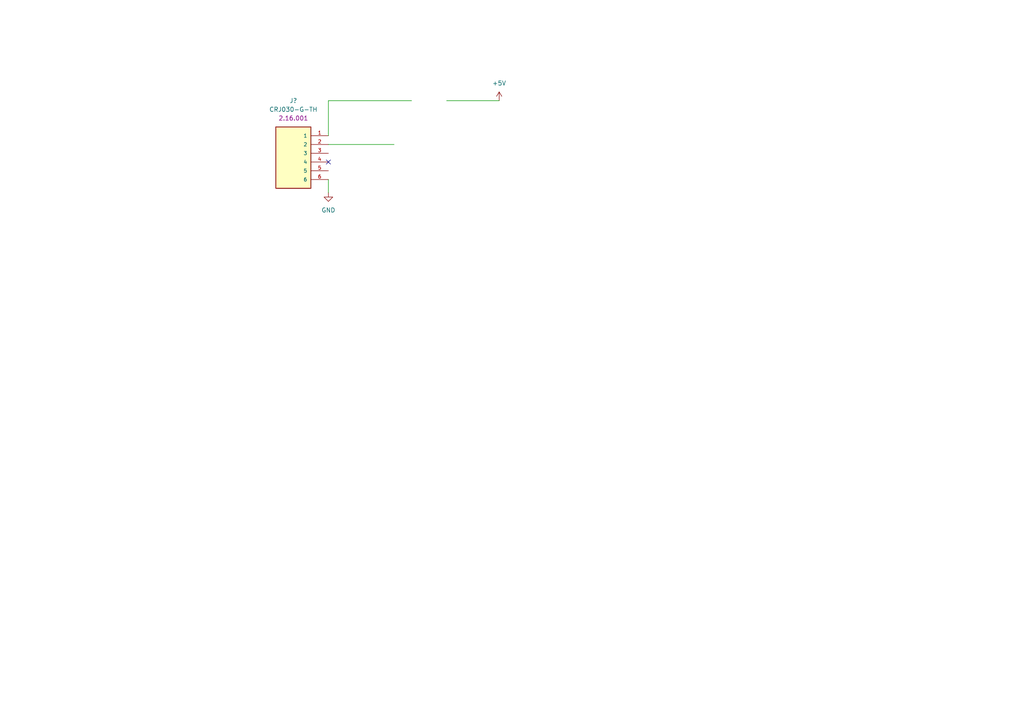
<source format=kicad_sch>
(kicad_sch (version 20211123) (generator eeschema)
  (paper "A4")
  (title_block (title "P1 OSM Interface") (date "2022-10-20") (rev "1.0.0") (company "Manul Technologies"))
  (lib_symbols
    (symbol "mt_lib:CRJ030-G-TH" (pin_names (offset 1.016))
      (property "Reference" "J" (at -5.08 8.89 0))
      (property "Value" "CRJ030-G-TH" (at -5.08 -13.97 0))
      (property "internalRef" "2.16.001" (at -1.27 -15.24 0))
      (symbol "CRJ030-G-TH_0_0"
        (rectangle (start -5.08 -10.16) (end 5.08 7.62) (stroke (width 0.254)) (fill (type background)))
        (pin passive line (at -10.16 5.08 0) (length 5.08) (name "1") (number "1"))
        (pin passive line (at -10.16 2.54 0) (length 5.08) (name "2") (number "2"))
        (pin passive line (at -10.16 0 0) (length 5.08) (name "3") (number "3"))
        (pin passive line (at -10.16 -2.54 0) (length 5.08) (name "4") (number "4"))
        (pin passive line (at -10.16 -5.08 0) (length 5.08) (name "5") (number "5"))
        (pin passive line (at -10.16 -7.62 0) (length 5.08) (name "6") (number "6"))
      )
    )
    (symbol "power:+5V" (power) (pin_names (offset 0))
      (property "Value" "+5V" (at 0 3.556 0))
      (symbol "+5V_0_1"
        (polyline (pts (xy -0.762 1.27) (xy 0 2.54)))
        (polyline (pts (xy 0 0) (xy 0 2.54)))
        (polyline (pts (xy 0 2.54) (xy 0.762 1.27)))
      )
      (symbol "+5V_1_1"
        (pin power_in line (at 0 0 90) (length 0) hide (name "+5V") (number "1"))
      )
    )
    (symbol "power:GND" (power) (pin_names (offset 0))
      (property "Value" "GND" (at 0 -3.81 0))
      (symbol "GND_0_1"
        (polyline (pts (xy 0 0) (xy 0 -1.27) (xy 1.27 -1.27) (xy 0 -2.54) (xy -1.27 -1.27) (xy 0 -1.27)))
      )
      (symbol "GND_1_1"
        (pin power_in line (at 0 0 270) (length 0) hide (name "GND") (number "1"))
      )
    )
  )
  (no_connect (at 95.25 46.99))
  (wire (pts (xy 95.25 39.37) (xy 95.25 29.21)))
  (wire (pts (xy 129.54 29.21) (xy 144.78 29.21)))
  (wire (pts (xy 95.25 52.07) (xy 95.25 55.88)))
  (wire (pts (xy 95.25 29.21) (xy 119.38 29.21)))
  (wire (pts (xy 95.25 41.91) (xy 114.3 41.91)))
  (symbol (lib_id "power:+5V") (at 144.78 29.21 0) (unit 1)
    (property "Reference" "#PWR?" (effects hide))
    (property "Value" "+5V" (at 144.78 24.13 0))
  )
  (symbol (lib_id "mt_lib:CRJ030-G-TH") (at 85.09 44.45 0) (mirror y) (unit 1)
    (property "Reference" "J?" (at 85.09 29.21 0))
    (property "Value" "CRJ030-G-TH" (at 85.09 31.75 0))
    (property "Footprint" "CUI_CRJ030-G-TH" (effects hide))
    (property "PARTREV" "1.0" (effects hide))
    (property "MAXIMUM_PACKAGE_HEIGHT" "14.75mm" (effects hide))
    (property "STANDARD" "Manufacturer Recommendations" (effects hide))
    (property "MANUFACTURER" "CUI Devices" (effects hide))
    (property "internalRef" "2.16.001" (at 85.09 34.29 0))
  )
  (symbol (lib_id "power:GND") (at 95.25 55.88 0) (unit 1)
    (property "Reference" "#PWR?" (effects hide))
    (property "Value" "GND" (at 95.25 60.96 0))
  )
)
</source>
